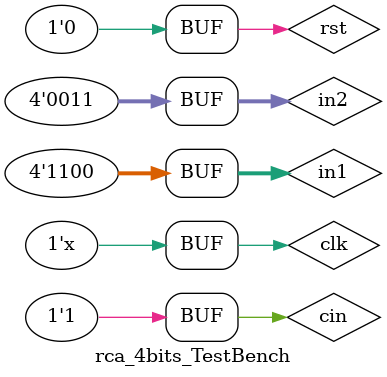
<source format=v>
`timescale 1ns / 1ps


module rca_4bits_TestBench;
	// Inputs
	reg clk;
	reg rst;
	reg [3:0] in1;
	reg [3:0] in2;
	reg cin;

	// Outputs
	wire [3:0] out;
	wire cout;


	// Instantiate the Unit Under Test (UUT)
	wrapper uut (
		.clk(clk), 
		.rst(rst), 
		.in1(in1), 
		.in2(in2), 
		.cin(cin), 
		.out(out), 
		.cout(cout)
	);
	
	initial begin
		// Initialize Inputs
		in1 <= 0;
		in2 <= 0;
		cin <= 0;
		rst <= 1'd1;
		clk <= 0;

		// Wait 100 ns for global reset to finish
		#100; rst <= 0;
	end
	
	always #10 clk=~clk;
	
	initial begin
        
		// Add stimulus here
		$monitor ("input1 = %d, input2 = %d, carry_in = %d, sum = %d, carry_out = %d", in1, in2, cin, out, cout);
		// Initialize Inputs
		in1 = 4'd11; in2 = 4'd2; cin = 0;
		#100;
		
		in1 = 4'd5; in2 = 4'd6; cin = 1;
		#100;
		
		in1 = 4'd4; in2 = 16'd10; cin = 0;
		#100;
		
		in1 = 4'd12; in2 = 4'd3; cin=1;
		#100;
		end
endmodule


</source>
